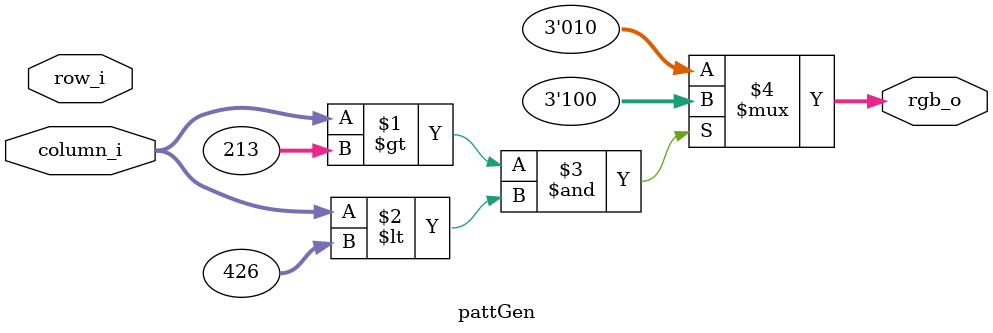
<source format=v>
module pattGen (
	//Lista de porturi
	output	[2:0] rgb_o,
	input	[8:0] row_i,
	input	[9:0] column_i
	
);
//Lista de parametrii
localparam RED   = 3'b100;
localparam GREEN = 3'b010;
localparam BLUE  = 3'b001;

localparam x0 = 213;
localparam x1 = 426;


//Semnale interne
// N/A

//Cod
//always @(*)
//if ((column_i > x0) & (column_i < x1)) rgb_o = RED; else
//											rgb_o = GREEN;

assign rgb_o = ((column_i > x0) & (column_i < x1))? RED : GREEN;

endmodule
</source>
